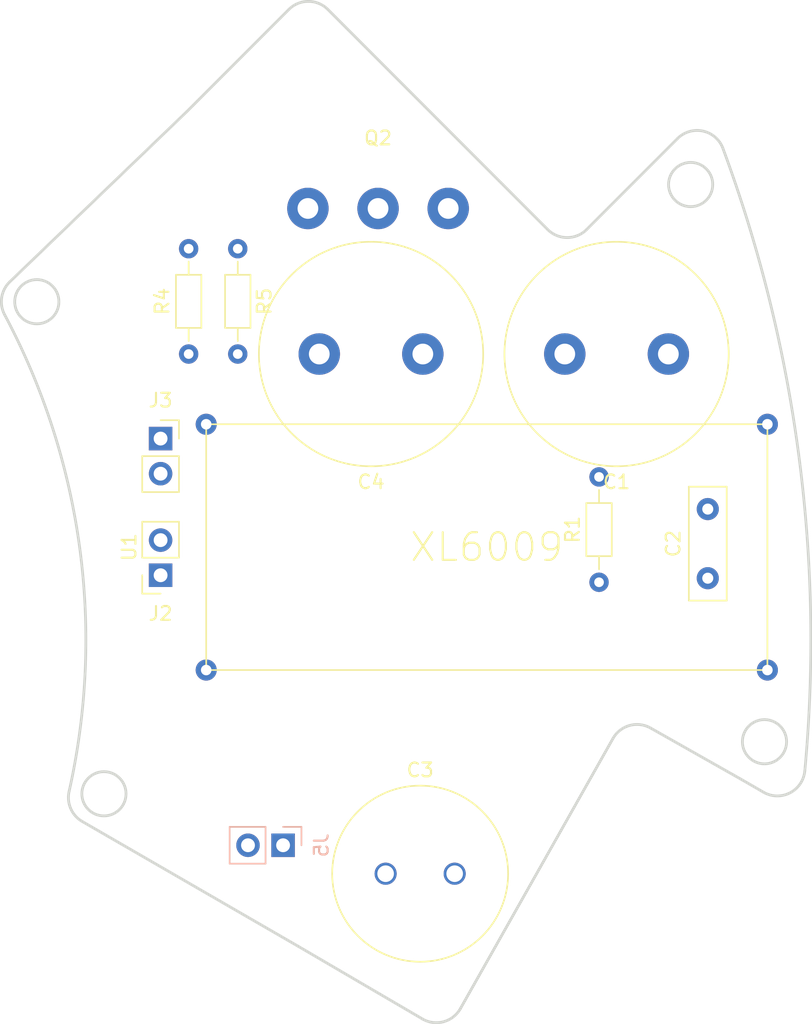
<source format=kicad_pcb>
(kicad_pcb (version 20211014) (generator pcbnew)
  (layers (0 "F.Cu" signal) (31 "B.Cu" signal) (34 "B.Paste" user) (35 "F.Paste" user) (36 "B.SilkS" user "B.Silkscreen") (37 "F.SilkS" user "F.Silkscreen") (38 "B.Mask" user) (39 "F.Mask" user) (44 "Edge.Cuts" user))
  (net 0 "")
  (net 1 "Net-(C2-Pad1)")
  (net 2 "+12V")
  (net 3 "GND")
  (net 4 "5V")
  (net 5 "Net-(J5-Pad2)")
  (net 6 "Net-(Q2-Pad1)")
  (net 7 "Net-(C1-Pad1)")
  (net 8 "Net-(C1-Pad2)")
  (footprint "Capacitor_THT:C_Radial_D16.0mm_H31.5mm_P7.50mm" (layer "F.Cu") (at 153.61 90.17 180)
    (fp_text reference "C4" (at 3.75 -9.25) (layer "F.SilkS"))
    (fp_text value "C")
    (fp_circle (center 3.75 0) (end 11.87 0) (layer "F.SilkS") (width 0.12) (fill none))
    (pad "1" thru_hole circle (at 0 0 180) (size 3 3) (drill 1.5) (layers *.Cu *.Mask) (net 7 "Net-(C1-Pad1)"))
    (pad "2" thru_hole circle (at 7.5 0 180) (size 3 3) (drill 1.5) (layers *.Cu *.Mask) (net 8 "Net-(C1-Pad2)"))
  )
  (footprint "Resistor_THT:R_Axial_DIN0204_L3.6mm_D1.6mm_P7.62mm_Horizontal" (layer "F.Cu") (at 166.37 106.68 90)
    (fp_text reference "R1" (at 3.81 -1.92 90) (layer "F.SilkS"))
    (fp_text value "100")
    (fp_line (start 1.89 -0.92) (end 1.89 0.92) (layer "F.SilkS") (width 0.12))
    (fp_line (start 5.73 -0.92) (end 1.89 -0.92) (layer "F.SilkS") (width 0.12))
    (fp_line (start 5.73 0.92) (end 5.73 -0.92) (layer "F.SilkS") (width 0.12))
    (fp_line (start 6.68 0) (end 5.73 0) (layer "F.SilkS") (width 0.12))
    (fp_line (start 0.94 0) (end 1.89 0) (layer "F.SilkS") (width 0.12))
    (fp_line (start 1.89 0.92) (end 5.73 0.92) (layer "F.SilkS") (width 0.12))
    (pad "1" thru_hole circle (at 0 0 90) (size 1.4 1.4) (drill 0.7) (layers *.Cu *.Mask) (net 1 "Net-(C2-Pad1)"))
    (pad "2" thru_hole oval (at 7.62 0 90) (size 1.4 1.4) (drill 0.7) (layers *.Cu *.Mask) (net 7 "Net-(C1-Pad1)"))
  )
  (footprint "Capacitor_THT:C_Disc_D8.0mm_W2.5mm_P5.00mm" (layer "F.Cu") (at 174.244 106.386 90)
    (fp_text reference "C2" (at 2.5 -2.5 90) (layer "F.SilkS"))
    (fp_text value "C")
    (fp_line (start -1.62 -1.37) (end 6.62 -1.37) (layer "F.SilkS") (width 0.12))
    (fp_line (start -1.62 1.37) (end 6.62 1.37) (layer "F.SilkS") (width 0.12))
    (fp_line (start -1.62 -1.37) (end -1.62 1.37) (layer "F.SilkS") (width 0.12))
    (fp_line (start 6.62 -1.37) (end 6.62 1.37) (layer "F.SilkS") (width 0.12))
    (pad "1" thru_hole circle (at 0 0 90) (size 1.6 1.6) (drill 0.8) (layers *.Cu *.Mask) (net 1 "Net-(C2-Pad1)"))
    (pad "2" thru_hole circle (at 5 0 90) (size 1.6 1.6) (drill 0.8) (layers *.Cu *.Mask) (net 8 "Net-(C1-Pad2)"))
  )
  (footprint "Resistor_THT:R_Axial_DIN0204_L3.6mm_D1.6mm_P7.62mm_Horizontal" (layer "F.Cu") (at 136.652 90.17 90)
    (fp_text reference "R4" (at 3.81 -1.92 90) (layer "F.SilkS"))
    (fp_text value "100")
    (fp_line (start 5.73 -0.92) (end 1.89 -0.92) (layer "F.SilkS") (width 0.12))
    (fp_line (start 5.73 0.92) (end 5.73 -0.92) (layer "F.SilkS") (width 0.12))
    (fp_line (start 1.89 0.92) (end 5.73 0.92) (layer "F.SilkS") (width 0.12))
    (fp_line (start 1.89 -0.92) (end 1.89 0.92) (layer "F.SilkS") (width 0.12))
    (fp_line (start 6.68 0) (end 5.73 0) (layer "F.SilkS") (width 0.12))
    (fp_line (start 0.94 0) (end 1.89 0) (layer "F.SilkS") (width 0.12))
    (pad "1" thru_hole circle (at 0 0 90) (size 1.4 1.4) (drill 0.7) (layers *.Cu *.Mask) (net 4 "5V"))
    (pad "2" thru_hole oval (at 7.62 0 90) (size 1.4 1.4) (drill 0.7) (layers *.Cu *.Mask) (net 6 "Net-(Q2-Pad1)"))
  )
  (footprint "Connector_PinSocket_2.54mm:PinSocket_1x02_P2.54mm_Vertical" (layer "F.Cu") (at 134.62 96.286)
    (fp_text reference "J3" (at 0 -2.77) (layer "F.SilkS"))
    (fp_text value "Conn_01x02_Female")
    (fp_line (start -1.33 3.87) (end 1.33 3.87) (layer "F.SilkS") (width 0.12))
    (fp_line (start 1.33 1.27) (end 1.33 3.87) (layer "F.SilkS") (width 0.12))
    (fp_line (start -1.33 1.27) (end 1.33 1.27) (layer "F.SilkS") (width 0.12))
    (fp_line (start 1.33 -1.33) (end 1.33 0) (layer "F.SilkS") (width 0.12))
    (fp_line (start -1.33 1.27) (end -1.33 3.87) (layer "F.SilkS") (width 0.12))
    (fp_line (start 0 -1.33) (end 1.33 -1.33) (layer "F.SilkS") (width 0.12))
    (pad "1" thru_hole rect (at 0 0) (size 1.7 1.7) (drill 1) (layers *.Cu *.Mask) (net 4 "5V"))
    (pad "2" thru_hole oval (at 0 2.54) (size 1.7 1.7) (drill 1) (layers *.Cu *.Mask) (net 3 "GND"))
  )
  (footprint "Resistor_THT:R_Axial_DIN0204_L3.6mm_D1.6mm_P7.62mm_Horizontal" (layer "F.Cu") (at 140.208 82.55 -90)
    (fp_text reference "R5" (at 3.81 -1.92 90) (layer "F.SilkS"))
    (fp_text value "10k")
    (fp_line (start 5.73 -0.92) (end 1.89 -0.92) (layer "F.SilkS") (width 0.12))
    (fp_line (start 1.89 -0.92) (end 1.89 0.92) (layer "F.SilkS") (width 0.12))
    (fp_line (start 6.68 0) (end 5.73 0) (layer "F.SilkS") (width 0.12))
    (fp_line (start 5.73 0.92) (end 5.73 -0.92) (layer "F.SilkS") (width 0.12))
    (fp_line (start 1.89 0.92) (end 5.73 0.92) (layer "F.SilkS") (width 0.12))
    (fp_line (start 0.94 0) (end 1.89 0) (layer "F.SilkS") (width 0.12))
    (pad "1" thru_hole circle (at 0 0 270) (size 1.4 1.4) (drill 0.7) (layers *.Cu *.Mask) (net 6 "Net-(Q2-Pad1)"))
    (pad "2" thru_hole oval (at 7.62 0 270) (size 1.4 1.4) (drill 0.7) (layers *.Cu *.Mask) (net 8 "Net-(C1-Pad2)"))
  )
  (footprint "XL6009:FET(big)" (layer "F.Cu") (at 150.368 74.559)
    (fp_text reference "Q2" (at 0 -0.0125 unlocked) (layer "F.SilkS"))
    (fp_text value "Q_NJFET_GDS")
    (pad "1" thru_hole circle (at -5.08 5.08) (size 3 3) (drill 1.5) (layers *.Cu *.Mask) (net 6 "Net-(Q2-Pad1)"))
    (pad "2" thru_hole circle (at 0 5.08) (size 3 3) (drill 1.5) (layers *.Cu *.Mask) (net 5 "Net-(J5-Pad2)"))
    (pad "3" thru_hole circle (at 5.08 5.08) (size 3 3) (drill 1.5) (layers *.Cu *.Mask) (net 8 "Net-(C1-Pad2)"))
  )
  (footprint "XL6009:XL6009" (layer "F.Cu") (at 132.842 104.14 90)
    (fp_text reference "U1" (at 0 -0.5 90 unlocked) (layer "F.SilkS"))
    (fp_text value "XL6009")
    (fp_text user "XL6009" (at 0 25.4 unlocked) (layer "F.SilkS") (effects (font (size 2 2))))
    (fp_rect (start -8.89 5.08) (end 8.89 45.72) (layer "F.SilkS") (width 0.12) (fill none))
    (pad "1" thru_hole circle (at 8.89 5.08 90) (size 1.524 1.524) (drill 0.762) (layers *.Cu *.Mask) (net 2 "+12V"))
    (pad "2" thru_hole circle (at -8.89 5.08 90) (size 1.524 1.524) (drill 0.762) (layers *.Cu *.Mask) (net 3 "GND"))
    (pad "3" thru_hole circle (at 8.89 45.72 90) (size 1.524 1.524) (drill 0.762) (layers *.Cu *.Mask) (net 1 "Net-(C2-Pad1)"))
    (pad "4" thru_hole circle (at -8.89 45.72 90) (size 1.524 1.524) (drill 0.762) (layers *.Cu *.Mask) (net 8 "Net-(C1-Pad2)"))
  )
  (footprint "Capacitor_THT:C_Radial_D12.5mm_H20.0mm_P5.00mm" (layer "F.Cu") (at 150.916 127.762)
    (fp_text reference "C3" (at 2.5 -7.5) (layer "F.SilkS"))
    (fp_text value "C")
    (fp_circle (center 2.5 0) (end 8.87 0) (layer "F.SilkS") (width 0.12) (fill none))
    (pad "1" thru_hole circle (at 0 0) (size 1.6 1.6) (drill 1.2) (layers *.Cu *.Mask) (net 1 "Net-(C2-Pad1)"))
    (pad "2" thru_hole circle (at 5 0) (size 1.6 1.6) (drill 1.2) (layers *.Cu *.Mask) (net 8 "Net-(C1-Pad2)"))
  )
  (footprint "Connector_PinSocket_2.54mm:PinSocket_1x02_P2.54mm_Vertical" (layer "F.Cu") (at 134.62 106.172 180)
    (fp_text reference "J2" (at 0 -2.77) (layer "F.SilkS"))
    (fp_text value "Conn_01x02_Female")
    (fp_line (start 1.33 1.27) (end 1.33 3.87) (layer "F.SilkS") (width 0.12))
    (fp_line (start -1.33 1.27) (end 1.33 1.27) (layer "F.SilkS") (width 0.12))
    (fp_line (start -1.33 1.27) (end -1.33 3.87) (layer "F.SilkS") (width 0.12))
    (fp_line (start 0 -1.33) (end 1.33 -1.33) (layer "F.SilkS") (width 0.12))
    (fp_line (start -1.33 3.87) (end 1.33 3.87) (layer "F.SilkS") (width 0.12))
    (fp_line (start 1.33 -1.33) (end 1.33 0) (layer "F.SilkS") (width 0.12))
    (pad "1" thru_hole rect (at 0 0 180) (size 1.7 1.7) (drill 1) (layers *.Cu *.Mask) (net 2 "+12V"))
    (pad "2" thru_hole oval (at 0 2.54 180) (size 1.7 1.7) (drill 1) (layers *.Cu *.Mask) (net 3 "GND"))
  )
  (footprint "Capacitor_THT:C_Radial_D16.0mm_H31.5mm_P7.50mm" (layer "F.Cu") (at 171.39 90.17 180)
    (fp_text reference "C1" (at 3.75 -9.25) (layer "F.SilkS"))
    (fp_text value "C")
    (fp_circle (center 3.75 0) (end 11.87 0) (layer "F.SilkS") (width 0.12) (fill none))
    (pad "1" thru_hole circle (at 0 0 180) (size 3 3) (drill 1.5) (layers *.Cu *.Mask) (net 7 "Net-(C1-Pad1)"))
    (pad "2" thru_hole circle (at 7.5 0 180) (size 3 3) (drill 1.5) (layers *.Cu *.Mask) (net 8 "Net-(C1-Pad2)"))
  )
  (footprint "Connector_PinSocket_2.54mm:PinSocket_1x02_P2.54mm_Vertical" (layer "B.Cu") (at 143.49 125.705 90)
    (fp_text reference "J5" (at 0 2.77 90) (layer "B.SilkS") (effects (justify mirror)))
    (fp_text value "Conn_01x02_Female")
    (fp_line (start 1.33 -1.27) (end 1.33 -3.87) (layer "B.SilkS") (width 0.12))
    (fp_line (start -1.33 -3.87) (end 1.33 -3.87) (layer "B.SilkS") (width 0.12))
    (fp_line (start 1.33 1.33) (end 1.33 0) (layer "B.SilkS") (width 0.12))
    (fp_line (start -1.33 -1.27) (end -1.33 -3.87) (layer "B.SilkS") (width 0.12))
    (fp_line (start 0 1.33) (end 1.33 1.33) (layer "B.SilkS") (width 0.12))
    (fp_line (start -1.33 -1.27) (end 1.33 -1.27) (layer "B.SilkS") (width 0.12))
    (pad "1" thru_hole rect (at 0 0 90) (size 1.7 1.7) (drill 1) (layers *.Cu *.Mask) (net 7 "Net-(C1-Pad1)"))
    (pad "2" thru_hole oval (at 0 -2.54 90) (size 1.7 1.7) (drill 1) (layers *.Cu *.Mask) (net 5 "Net-(J5-Pad2)"))
  )
  (gr_arc (start 175.344838 75.30124) (mid 180.832623 97.47862) (end 181.271758 120.320668) (layer "Edge.Cuts") (width 0.2))
  (gr_line (start 128.945714 123.984298) (end 144.581782 133.011786) (layer "Edge.Cuts") (width 0.2))
  (gr_line (start 156.327813 137.525128) (end 167.377956 117.982704) (layer "Edge.Cuts") (width 0.2))
  (gr_line (start 153.740552 72.251497) (end 146.73408 65.245025) (layer "Edge.Cuts") (width 0.2))
  (gr_line (start 162.648125 81.15907) (end 153.740552 72.251497) (layer "Edge.Cuts") (width 0.2))
  (gr_line (start 144.581782 133.011786) (end 153.577963 138.267601) (layer "Edge.Cuts") (width 0.2))
  (gr_line (start 172.054814 74.580809) (end 165.476552 81.15907) (layer "Edge.Cuts") (width 0.2))
  (gr_line (start 143.905653 65.245025) (end 136.517948 72.63273) (layer "Edge.Cuts") (width 0.2))
  (gr_arc (start 165.476552 81.15907) (mid 164.062339 81.744857) (end 162.648125 81.15907) (layer "Edge.Cuts") (width 0.2))
  (gr_arc (start 172.054814 74.580809) (mid 173.896839 74.041325) (end 175.344838 75.30124) (layer "Edge.Cuts") (width 0.2))
  (gr_circle (center 178.350668 118.214855) (end 179.950668 118.214855) (layer "Edge.Cuts") (width 0.2) (fill none))
  (gr_arc (start 181.271758 120.320668) (mid 180.199201 121.912443) (end 178.2803 121.868072) (layer "Edge.Cuts") (width 0.2))
  (gr_arc (start 167.377956 117.982704) (mid 168.58396 117.039999) (end 170.103327 117.226161) (layer "Edge.Cuts") (width 0.2))
  (gr_arc (start 123.325818 87.325611) (mid 128.757635 104.1505) (end 127.994322 121.81399) (layer "Edge.Cuts") (width 0.2))
  (gr_line (start 170.103327 117.226161) (end 176.743998 120.981088) (layer "Edge.Cuts") (width 0.2))
  (gr_circle (center 125.656964 86.385419) (end 127.256964 86.385419) (layer "Edge.Cuts") (width 0.2) (fill none))
  (gr_arc (start 143.905653 65.245025) (mid 145.319867 64.659238) (end 146.73408 65.245025) (layer "Edge.Cuts") (width 0.2))
  (gr_line (start 136.517948 72.63273) (end 123.704891 84.942053) (layer "Edge.Cuts") (width 0.2))
  (gr_arc (start 128.945714 123.984298) (mid 128.113992 123.055217) (end 127.994322 121.81399) (layer "Edge.Cuts") (width 0.2))
  (gr_arc (start 123.325818 87.325611) (mid 123.115301 86.070215) (end 123.704891 84.942053) (layer "Edge.Cuts") (width 0.2))
  (gr_line (start 176.743998 120.981088) (end 178.2803 121.868072) (layer "Edge.Cuts") (width 0.2))
  (gr_circle (center 173.004261 77.90845) (end 174.604261 77.90845) (layer "Edge.Cuts") (width 0.2) (fill none))
  (gr_arc (start 156.327813 137.525128) (mid 155.108195 138.47161) (end 153.577963 138.267601) (layer "Edge.Cuts") (width 0.2))
  (gr_circle (center 130.517673 121.980682) (end 132.117673 121.980682) (layer "Edge.Cuts") (width 0.2) (fill none))
)
</source>
